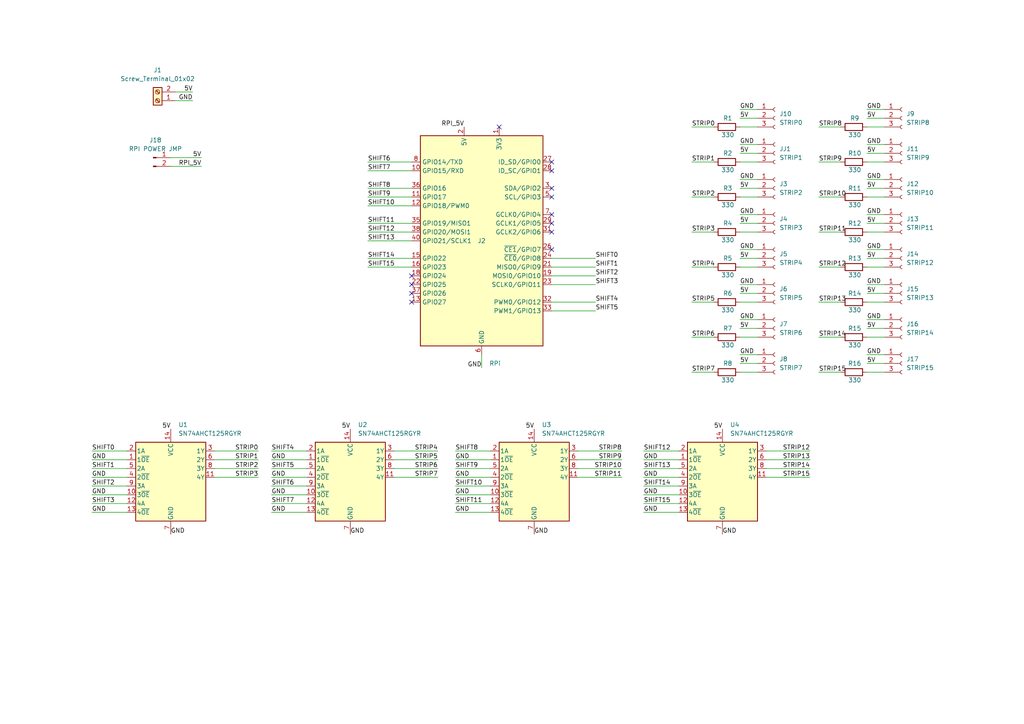
<source format=kicad_sch>
(kicad_sch (version 20231120) (generator "eeschema") (generator_version "8.0")
  (paper "A4")
  (lib_symbols
    (symbol "74hct125:74HCT125" (pin_names (offset 0.254))
      (property "Reference" "U" (at 2.54 15.24 0))
      (property "Value" "74HCT125" (at -5.08 2.54 0))
      (symbol "74HCT125_0_0"
        (pin power_in line (at 0 17.78 270) (length 3.81) (name "VCC") (number "14"))
        (pin power_in line (at 0 -12.7 90) (length 3.81) (name "GND") (number "7"))
      )
      (symbol "74HCT125_0_1"
        (rectangle (start -10.16 13.97) (end 10.16 -8.89) (stroke (width 0.254)) (fill (type background)))
      )
      (symbol "74HCT125_1_1"
        (pin input line (at -12.7 8.89 0) (length 2.54) (name "1~{OE}") (number "1"))
        (pin input line (at -12.7 -1.27 0) (length 2.54) (name "3~{OE}") (number "10"))
        (pin output line (at 12.7 3.81 180) (length 2.54) (name "4Y") (number "11"))
        (pin input line (at -12.7 -3.81 0) (length 2.54) (name "4A") (number "12"))
        (pin input line (at -12.7 -6.35 0) (length 2.54) (name "4~{OE}") (number "13"))
        (pin input line (at -12.7 11.43 0) (length 2.54) (name "1A") (number "2"))
        (pin output line (at 12.7 11.43 180) (length 2.54) (name "1Y") (number "3"))
        (pin input line (at -12.7 3.81 0) (length 2.54) (name "2~{OE}") (number "4"))
        (pin input line (at -12.7 6.35 0) (length 2.54) (name "2A") (number "5"))
        (pin output line (at 12.7 8.89 180) (length 2.54) (name "2Y") (number "6"))
        (pin output line (at 12.7 6.35 180) (length 2.54) (name "3Y") (number "8"))
        (pin input line (at -12.7 1.27 0) (length 2.54) (name "3A") (number "9"))
      )
    )
    (symbol "Connector:Conn_01x02_Pin" (pin_names (offset 1.016) hide)
      (property "Reference" "J" (at 0 2.54 0))
      (property "Value" "Conn_01x02_Pin" (at 0 -5.08 0))
      (symbol "Conn_01x02_Pin_1_1"
        (polyline (pts (xy 1.27 -2.54) (xy 0.8636 -2.54)) (stroke (width 0.1524)))
        (polyline (pts (xy 1.27 0) (xy 0.8636 0)) (stroke (width 0.1524)))
        (rectangle (start 0.8636 -2.413) (end 0 -2.667) (stroke (width 0.1524)) (fill (type outline)))
        (rectangle (start 0.8636 0.127) (end 0 -0.127) (stroke (width 0.1524)) (fill (type outline)))
        (pin passive line (at 5.08 0 180) (length 3.81) (name "Pin_1") (number "1"))
        (pin passive line (at 5.08 -2.54 180) (length 3.81) (name "Pin_2") (number "2"))
      )
    )
    (symbol "Connector:Conn_01x03_Socket" (pin_names (offset 1.016) hide)
      (property "Reference" "J" (at 0 5.08 0))
      (property "Value" "Conn_01x03_Socket" (at 0 -5.08 0))
      (symbol "Conn_01x03_Socket_1_1"
        (arc (start 0 -2.032) (mid -0.5058 -2.54) (end 0 -3.048) (stroke (width 0.1524)))
        (polyline (pts (xy -1.27 -2.54) (xy -0.508 -2.54)) (stroke (width 0.1524)))
        (polyline (pts (xy -1.27 0) (xy -0.508 0)) (stroke (width 0.1524)))
        (polyline (pts (xy -1.27 2.54) (xy -0.508 2.54)) (stroke (width 0.1524)))
        (arc (start 0 0.508) (mid -0.5058 0) (end 0 -0.508) (stroke (width 0.1524)))
        (arc (start 0 3.048) (mid -0.5058 2.54) (end 0 2.032) (stroke (width 0.1524)))
        (pin passive line (at -5.08 2.54 0) (length 3.81) (name "Pin_1") (number "1"))
        (pin passive line (at -5.08 0 0) (length 3.81) (name "Pin_2") (number "2"))
        (pin passive line (at -5.08 -2.54 0) (length 3.81) (name "Pin_3") (number "3"))
      )
    )
    (symbol "Connector:Raspberry_Pi_2_3"
      (property "Reference" "J" (at -17.78 31.75 0))
      (property "Value" "Raspberry_Pi_2_3" (at 10.16 -31.75 0))
      (symbol "Raspberry_Pi_2_3_0_1"
        (rectangle (start -17.78 30.48) (end 17.78 -30.48) (stroke (width 0.254)) (fill (type background)))
      )
      (symbol "Raspberry_Pi_2_3_1_1"
        (pin power_in line (at 5.08 33.02 270) (length 2.54) (name "3V3") (number "1"))
        (pin bidirectional line (at -20.32 20.32 0) (length 2.54) (name "GPIO15/RXD") (number "10"))
        (pin bidirectional line (at -20.32 12.7 0) (length 2.54) (name "GPIO17") (number "11"))
        (pin bidirectional line (at -20.32 10.16 0) (length 2.54) (name "GPIO18/PWM0") (number "12"))
        (pin bidirectional line (at -20.32 -17.78 0) (length 2.54) (name "GPIO27") (number "13"))
        (pin passive line (at 0 -33.02 90) (length 2.54) hide (name "GND") (number "14"))
        (pin bidirectional line (at -20.32 -5.08 0) (length 2.54) (name "GPIO22") (number "15"))
        (pin bidirectional line (at -20.32 -7.62 0) (length 2.54) (name "GPIO23") (number "16"))
        (pin passive line (at 5.08 33.02 270) (length 2.54) hide (name "3V3") (number "17"))
        (pin bidirectional line (at -20.32 -10.16 0) (length 2.54) (name "GPIO24") (number "18"))
        (pin bidirectional line (at 20.32 -10.16 180) (length 2.54) (name "MOSI0/GPIO10") (number "19"))
        (pin power_in line (at -5.08 33.02 270) (length 2.54) (name "5V") (number "2"))
        (pin passive line (at 0 -33.02 90) (length 2.54) hide (name "GND") (number "20"))
        (pin bidirectional line (at 20.32 -7.62 180) (length 2.54) (name "MISO0/GPIO9") (number "21"))
        (pin bidirectional line (at -20.32 -12.7 0) (length 2.54) (name "GPIO25") (number "22"))
        (pin bidirectional line (at 20.32 -12.7 180) (length 2.54) (name "SCLK0/GPIO11") (number "23"))
        (pin bidirectional line (at 20.32 -5.08 180) (length 2.54) (name "~{CE0}/GPIO8") (number "24"))
        (pin passive line (at 0 -33.02 90) (length 2.54) hide (name "GND") (number "25"))
        (pin bidirectional line (at 20.32 -2.54 180) (length 2.54) (name "~{CE1}/GPIO7") (number "26"))
        (pin bidirectional line (at 20.32 22.86 180) (length 2.54) (name "ID_SD/GPIO0") (number "27"))
        (pin bidirectional line (at 20.32 20.32 180) (length 2.54) (name "ID_SC/GPIO1") (number "28"))
        (pin bidirectional line (at 20.32 5.08 180) (length 2.54) (name "GCLK1/GPIO5") (number "29"))
        (pin bidirectional line (at 20.32 15.24 180) (length 2.54) (name "SDA/GPIO2") (number "3"))
        (pin passive line (at 0 -33.02 90) (length 2.54) hide (name "GND") (number "30"))
        (pin bidirectional line (at 20.32 2.54 180) (length 2.54) (name "GCLK2/GPIO6") (number "31"))
        (pin bidirectional line (at 20.32 -17.78 180) (length 2.54) (name "PWM0/GPIO12") (number "32"))
        (pin bidirectional line (at 20.32 -20.32 180) (length 2.54) (name "PWM1/GPIO13") (number "33"))
        (pin passive line (at 0 -33.02 90) (length 2.54) hide (name "GND") (number "34"))
        (pin bidirectional line (at -20.32 5.08 0) (length 2.54) (name "GPIO19/MISO1") (number "35"))
        (pin bidirectional line (at -20.32 15.24 0) (length 2.54) (name "GPIO16") (number "36"))
        (pin bidirectional line (at -20.32 -15.24 0) (length 2.54) (name "GPIO26") (number "37"))
        (pin bidirectional line (at -20.32 2.54 0) (length 2.54) (name "GPIO20/MOSI1") (number "38"))
        (pin passive line (at 0 -33.02 90) (length 2.54) hide (name "GND") (number "39"))
        (pin passive line (at -5.08 33.02 270) (length 2.54) hide (name "5V") (number "4"))
        (pin bidirectional line (at -20.32 0 0) (length 2.54) (name "GPIO21/SCLK1") (number "40"))
        (pin bidirectional line (at 20.32 12.7 180) (length 2.54) (name "SCL/GPIO3") (number "5"))
        (pin power_in line (at 0 -33.02 90) (length 2.54) (name "GND") (number "6"))
        (pin bidirectional line (at 20.32 7.62 180) (length 2.54) (name "GCLK0/GPIO4") (number "7"))
        (pin bidirectional line (at -20.32 22.86 0) (length 2.54) (name "GPIO14/TXD") (number "8"))
        (pin passive line (at 0 -33.02 90) (length 2.54) hide (name "GND") (number "9"))
      )
    )
    (symbol "Connector:Screw_Terminal_01x02" (pin_names (offset 1.016) hide)
      (property "Reference" "J" (at 0 2.54 0))
      (property "Value" "Screw_Terminal_01x02" (at 0 -5.08 0))
      (symbol "Screw_Terminal_01x02_1_1"
        (rectangle (start -1.27 1.27) (end 1.27 -3.81) (stroke (width 0.254)) (fill (type background)))
        (circle (center 0 -2.54) (radius 0.635) (stroke (width 0.1524)))
        (polyline (pts (xy -0.5334 -2.2098) (xy 0.3302 -3.048)) (stroke (width 0.1524)))
        (polyline (pts (xy -0.5334 0.3302) (xy 0.3302 -0.508)) (stroke (width 0.1524)))
        (polyline (pts (xy -0.3556 -2.032) (xy 0.508 -2.8702)) (stroke (width 0.1524)))
        (polyline (pts (xy -0.3556 0.508) (xy 0.508 -0.3302)) (stroke (width 0.1524)))
        (circle (center 0 0) (radius 0.635) (stroke (width 0.1524)))
        (pin passive line (at -5.08 0 0) (length 3.81) (name "Pin_1") (number "1"))
        (pin passive line (at -5.08 -2.54 0) (length 3.81) (name "Pin_2") (number "2"))
      )
    )
    (symbol "Device:R" (pin_numbers hide) (pin_names (offset 0))
      (property "Reference" "R" (at 2.032 0 90))
      (property "Value" "R" (at 0 0 90))
      (symbol "R_0_1"
        (rectangle (start -1.016 -2.54) (end 1.016 2.54) (stroke (width 0.254)))
      )
      (symbol "R_1_1"
        (pin passive line (at 0 3.81 270) (length 1.27) (name "~") (number "1"))
        (pin passive line (at 0 -3.81 90) (length 1.27) (name "~") (number "2"))
      )
    )
  )
  (no_connect (at 160.02 46.99))
  (no_connect (at 160.02 49.53))
  (no_connect (at 119.38 85.09))
  (no_connect (at 160.02 57.15))
  (no_connect (at 144.78 36.83))
  (no_connect (at 119.38 82.55))
  (no_connect (at 160.02 72.39))
  (no_connect (at 160.02 54.61))
  (no_connect (at 160.02 62.23))
  (no_connect (at 119.38 80.01))
  (no_connect (at 160.02 64.77))
  (no_connect (at 160.02 67.31))
  (no_connect (at 119.38 87.63))
  (wire (pts (xy 78.74 133.35) (xy 88.9 133.35)))
  (wire (pts (xy 251.46 41.91) (xy 256.54 41.91)))
  (wire (pts (xy 214.63 95.25) (xy 219.71 95.25)))
  (wire (pts (xy 214.63 44.45) (xy 219.71 44.45)))
  (wire (pts (xy 222.25 130.81) (xy 234.95 130.81)))
  (wire (pts (xy 237.49 87.63) (xy 243.84 87.63)))
  (wire (pts (xy 132.08 135.89) (xy 142.24 135.89)))
  (wire (pts (xy 251.46 77.47) (xy 256.54 77.47)))
  (wire (pts (xy 214.63 52.07) (xy 219.71 52.07)))
  (wire (pts (xy 214.63 82.55) (xy 219.71 82.55)))
  (wire (pts (xy 214.63 36.83) (xy 219.71 36.83)))
  (wire (pts (xy 49.53 48.26) (xy 58.42 48.26)))
  (wire (pts (xy 167.64 130.81) (xy 180.34 130.81)))
  (wire (pts (xy 132.08 133.35) (xy 142.24 133.35)))
  (wire (pts (xy 214.63 31.75) (xy 219.71 31.75)))
  (wire (pts (xy 214.63 92.71) (xy 219.71 92.71)))
  (wire (pts (xy 200.66 46.99) (xy 207.01 46.99)))
  (wire (pts (xy 214.63 102.87) (xy 219.71 102.87)))
  (wire (pts (xy 106.68 59.69) (xy 119.38 59.69)))
  (wire (pts (xy 26.67 140.97) (xy 36.83 140.97)))
  (wire (pts (xy 200.66 57.15) (xy 207.01 57.15)))
  (wire (pts (xy 214.63 34.29) (xy 219.71 34.29)))
  (wire (pts (xy 214.63 41.91) (xy 219.71 41.91)))
  (wire (pts (xy 200.66 107.95) (xy 207.01 107.95)))
  (wire (pts (xy 132.08 146.05) (xy 142.24 146.05)))
  (wire (pts (xy 106.68 54.61) (xy 119.38 54.61)))
  (wire (pts (xy 186.69 135.89) (xy 196.85 135.89)))
  (wire (pts (xy 214.63 107.95) (xy 219.71 107.95)))
  (wire (pts (xy 251.46 82.55) (xy 256.54 82.55)))
  (wire (pts (xy 237.49 97.79) (xy 243.84 97.79)))
  (wire (pts (xy 106.68 64.77) (xy 119.38 64.77)))
  (wire (pts (xy 114.3 138.43) (xy 127 138.43)))
  (wire (pts (xy 237.49 77.47) (xy 243.84 77.47)))
  (wire (pts (xy 222.25 135.89) (xy 234.95 135.89)))
  (wire (pts (xy 251.46 31.75) (xy 256.54 31.75)))
  (wire (pts (xy 237.49 107.95) (xy 243.84 107.95)))
  (wire (pts (xy 50.8 26.67) (xy 55.88 26.67)))
  (wire (pts (xy 186.69 138.43) (xy 196.85 138.43)))
  (wire (pts (xy 78.74 138.43) (xy 88.9 138.43)))
  (wire (pts (xy 251.46 97.79) (xy 256.54 97.79)))
  (wire (pts (xy 251.46 34.29) (xy 256.54 34.29)))
  (wire (pts (xy 132.08 143.51) (xy 142.24 143.51)))
  (wire (pts (xy 251.46 44.45) (xy 256.54 44.45)))
  (wire (pts (xy 186.69 140.97) (xy 196.85 140.97)))
  (wire (pts (xy 132.08 148.59) (xy 142.24 148.59)))
  (wire (pts (xy 26.67 130.81) (xy 36.83 130.81)))
  (wire (pts (xy 160.02 87.63) (xy 172.72 87.63)))
  (wire (pts (xy 78.74 146.05) (xy 88.9 146.05)))
  (wire (pts (xy 78.74 143.51) (xy 88.9 143.51)))
  (wire (pts (xy 186.69 133.35) (xy 196.85 133.35)))
  (wire (pts (xy 251.46 52.07) (xy 256.54 52.07)))
  (wire (pts (xy 251.46 95.25) (xy 256.54 95.25)))
  (wire (pts (xy 214.63 85.09) (xy 219.71 85.09)))
  (wire (pts (xy 251.46 107.95) (xy 256.54 107.95)))
  (wire (pts (xy 251.46 62.23) (xy 256.54 62.23)))
  (wire (pts (xy 200.66 97.79) (xy 207.01 97.79)))
  (wire (pts (xy 237.49 46.99) (xy 243.84 46.99)))
  (wire (pts (xy 26.67 138.43) (xy 36.83 138.43)))
  (wire (pts (xy 160.02 82.55) (xy 172.72 82.55)))
  (wire (pts (xy 62.23 133.35) (xy 74.93 133.35)))
  (wire (pts (xy 251.46 85.09) (xy 256.54 85.09)))
  (wire (pts (xy 214.63 97.79) (xy 219.71 97.79)))
  (wire (pts (xy 167.64 133.35) (xy 180.34 133.35)))
  (wire (pts (xy 214.63 87.63) (xy 219.71 87.63)))
  (wire (pts (xy 251.46 67.31) (xy 256.54 67.31)))
  (wire (pts (xy 160.02 74.93) (xy 172.72 74.93)))
  (wire (pts (xy 106.68 46.99) (xy 119.38 46.99)))
  (wire (pts (xy 186.69 148.59) (xy 196.85 148.59)))
  (wire (pts (xy 132.08 138.43) (xy 142.24 138.43)))
  (wire (pts (xy 214.63 74.93) (xy 219.71 74.93)))
  (wire (pts (xy 160.02 77.47) (xy 172.72 77.47)))
  (wire (pts (xy 214.63 54.61) (xy 219.71 54.61)))
  (wire (pts (xy 214.63 77.47) (xy 219.71 77.47)))
  (wire (pts (xy 62.23 130.81) (xy 74.93 130.81)))
  (wire (pts (xy 167.64 135.89) (xy 180.34 135.89)))
  (wire (pts (xy 251.46 46.99) (xy 256.54 46.99)))
  (wire (pts (xy 251.46 102.87) (xy 256.54 102.87)))
  (wire (pts (xy 106.68 49.53) (xy 119.38 49.53)))
  (wire (pts (xy 106.68 67.31) (xy 119.38 67.31)))
  (wire (pts (xy 167.64 138.43) (xy 180.34 138.43)))
  (wire (pts (xy 26.67 146.05) (xy 36.83 146.05)))
  (wire (pts (xy 200.66 77.47) (xy 207.01 77.47)))
  (wire (pts (xy 251.46 74.93) (xy 256.54 74.93)))
  (wire (pts (xy 200.66 36.83) (xy 207.01 36.83)))
  (wire (pts (xy 106.68 77.47) (xy 119.38 77.47)))
  (wire (pts (xy 214.63 62.23) (xy 219.71 62.23)))
  (wire (pts (xy 26.67 133.35) (xy 36.83 133.35)))
  (wire (pts (xy 251.46 54.61) (xy 256.54 54.61)))
  (wire (pts (xy 106.68 57.15) (xy 119.38 57.15)))
  (wire (pts (xy 49.53 45.72) (xy 58.42 45.72)))
  (wire (pts (xy 106.68 69.85) (xy 119.38 69.85)))
  (wire (pts (xy 237.49 57.15) (xy 243.84 57.15)))
  (wire (pts (xy 237.49 36.83) (xy 243.84 36.83)))
  (wire (pts (xy 222.25 133.35) (xy 234.95 133.35)))
  (wire (pts (xy 132.08 140.97) (xy 142.24 140.97)))
  (wire (pts (xy 251.46 92.71) (xy 256.54 92.71)))
  (wire (pts (xy 186.69 146.05) (xy 196.85 146.05)))
  (wire (pts (xy 62.23 138.43) (xy 74.93 138.43)))
  (wire (pts (xy 251.46 105.41) (xy 256.54 105.41)))
  (wire (pts (xy 214.63 57.15) (xy 219.71 57.15)))
  (wire (pts (xy 200.66 67.31) (xy 207.01 67.31)))
  (wire (pts (xy 251.46 57.15) (xy 256.54 57.15)))
  (wire (pts (xy 251.46 36.83) (xy 256.54 36.83)))
  (wire (pts (xy 251.46 72.39) (xy 256.54 72.39)))
  (wire (pts (xy 26.67 143.51) (xy 36.83 143.51)))
  (wire (pts (xy 62.23 135.89) (xy 74.93 135.89)))
  (wire (pts (xy 160.02 80.01) (xy 172.72 80.01)))
  (wire (pts (xy 26.67 148.59) (xy 36.83 148.59)))
  (wire (pts (xy 251.46 87.63) (xy 256.54 87.63)))
  (wire (pts (xy 214.63 67.31) (xy 219.71 67.31)))
  (wire (pts (xy 78.74 140.97) (xy 88.9 140.97)))
  (wire (pts (xy 222.25 138.43) (xy 234.95 138.43)))
  (wire (pts (xy 78.74 135.89) (xy 88.9 135.89)))
  (wire (pts (xy 114.3 133.35) (xy 127 133.35)))
  (wire (pts (xy 106.68 74.93) (xy 119.38 74.93)))
  (wire (pts (xy 186.69 130.81) (xy 196.85 130.81)))
  (wire (pts (xy 214.63 64.77) (xy 219.71 64.77)))
  (wire (pts (xy 237.49 67.31) (xy 243.84 67.31)))
  (wire (pts (xy 200.66 87.63) (xy 207.01 87.63)))
  (wire (pts (xy 214.63 105.41) (xy 219.71 105.41)))
  (wire (pts (xy 160.02 90.17) (xy 172.72 90.17)))
  (wire (pts (xy 186.69 143.51) (xy 196.85 143.51)))
  (wire (pts (xy 78.74 148.59) (xy 88.9 148.59)))
  (wire (pts (xy 114.3 135.89) (xy 127 135.89)))
  (wire (pts (xy 114.3 130.81) (xy 127 130.81)))
  (wire (pts (xy 214.63 72.39) (xy 219.71 72.39)))
  (wire (pts (xy 139.7 102.87) (xy 139.7 106.68)))
  (wire (pts (xy 50.8 29.21) (xy 55.88 29.21)))
  (wire (pts (xy 78.74 130.81) (xy 88.9 130.81)))
  (wire (pts (xy 26.67 135.89) (xy 36.83 135.89)))
  (wire (pts (xy 251.46 64.77) (xy 256.54 64.77)))
  (wire (pts (xy 132.08 130.81) (xy 142.24 130.81)))
  (wire (pts (xy 214.63 46.99) (xy 219.71 46.99)))
  (label "5V" (at 214.63 54.61 0))
  (label "5V" (at 214.63 85.09 0))
  (label "STRIP6" (at 127 135.89 180))
  (label "GND" (at 186.69 148.59 0))
  (label "STRIP1" (at 74.93 133.35 180))
  (label "5V" (at 251.46 85.09 0))
  (label "5V" (at 251.46 54.61 0))
  (label "5V" (at 58.42 45.72 180))
  (label "5V" (at 209.55 124.46 180))
  (label "GND" (at 78.74 138.43 0))
  (label "STRIP15" (at 234.95 138.43 180))
  (label "GND" (at 251.46 72.39 0))
  (label "GND" (at 78.74 143.51 0))
  (label "SHIFT8" (at 132.08 130.81 0))
  (label "SHIFT1" (at 172.72 77.47 0))
  (label "STRIP9" (at 180.34 133.35 180))
  (label "GND" (at 132.08 148.59 0))
  (label "STRIP15" (at 237.49 107.95 0))
  (label "GND" (at 186.69 133.35 0))
  (label "SHIFT7" (at 78.74 146.05 0))
  (label "STRIP14" (at 234.95 135.89 180))
  (label "GND" (at 49.53 154.94 0))
  (label "GND" (at 251.46 52.07 0))
  (label "SHIFT13" (at 186.69 135.89 0))
  (label "STRIP14" (at 237.49 97.79 0))
  (label "GND" (at 251.46 82.55 0))
  (label "GND" (at 78.74 133.35 0))
  (label "SHIFT15" (at 186.69 146.05 0))
  (label "STRIP2" (at 200.66 57.15 0))
  (label "GND" (at 139.7 106.68 180))
  (label "STRIP4" (at 200.66 77.47 0))
  (label "5V" (at 251.46 64.77 0))
  (label "RPI_5V" (at 58.42 48.26 180))
  (label "GND" (at 132.08 133.35 0))
  (label "STRIP11" (at 180.34 138.43 180))
  (label "SHIFT11" (at 106.68 64.77 0))
  (label "SHIFT13" (at 106.68 69.85 0))
  (label "GND" (at 251.46 92.71 0))
  (label "GND" (at 55.88 29.21 180))
  (label "SHIFT7" (at 106.68 49.53 0))
  (label "GND" (at 251.46 31.75 0))
  (label "STRIP8" (at 180.34 130.81 180))
  (label "GND" (at 26.67 143.51 0))
  (label "GND" (at 214.63 62.23 0))
  (label "STRIP4" (at 127 130.81 180))
  (label "SHIFT5" (at 172.72 90.17 0))
  (label "SHIFT0" (at 172.72 74.93 0))
  (label "SHIFT14" (at 186.69 140.97 0))
  (label "SHIFT10" (at 106.68 59.69 0))
  (label "5V" (at 251.46 95.25 0))
  (label "STRIP6" (at 200.66 97.79 0))
  (label "STRIP0" (at 74.93 130.81 180))
  (label "GND" (at 214.63 102.87 0))
  (label "GND" (at 26.67 138.43 0))
  (label "SHIFT5" (at 78.74 135.89 0))
  (label "GND" (at 186.69 143.51 0))
  (label "GND" (at 132.08 138.43 0))
  (label "GND" (at 251.46 41.91 0))
  (label "GND" (at 186.69 138.43 0))
  (label "SHIFT11" (at 132.08 146.05 0))
  (label "5V" (at 251.46 44.45 0))
  (label "STRIP10" (at 237.49 57.15 0))
  (label "SHIFT2" (at 26.67 140.97 0))
  (label "GND" (at 251.46 62.23 0))
  (label "GND" (at 78.74 148.59 0))
  (label "STRIP1" (at 200.66 46.99 0))
  (label "5V" (at 55.88 26.67 180))
  (label "SHIFT6" (at 78.74 140.97 0))
  (label "5V" (at 214.63 44.45 0))
  (label "SHIFT4" (at 78.74 130.81 0))
  (label "SHIFT3" (at 172.72 82.55 0))
  (label "5V" (at 214.63 34.29 0))
  (label "STRIP12" (at 234.95 130.81 180))
  (label "SHIFT3" (at 26.67 146.05 0))
  (label "STRIP3" (at 200.66 67.31 0))
  (label "SHIFT2" (at 172.72 80.01 0))
  (label "GND" (at 101.6 154.94 0))
  (label "STRIP10" (at 180.34 135.89 180))
  (label "SHIFT0" (at 26.67 130.81 0))
  (label "RPI_5V" (at 134.62 36.83 180))
  (label "GND" (at 214.63 31.75 0))
  (label "SHIFT9" (at 106.68 57.15 0))
  (label "SHIFT8" (at 106.68 54.61 0))
  (label "GND" (at 214.63 92.71 0))
  (label "GND" (at 209.55 154.94 0))
  (label "STRIP5" (at 127 133.35 180))
  (label "GND" (at 214.63 82.55 0))
  (label "5V" (at 214.63 64.77 0))
  (label "5V" (at 214.63 74.93 0))
  (label "STRIP2" (at 74.93 135.89 180))
  (label "5V" (at 251.46 105.41 0))
  (label "SHIFT14" (at 106.68 74.93 0))
  (label "5V" (at 214.63 105.41 0))
  (label "GND" (at 214.63 52.07 0))
  (label "SHIFT9" (at 132.08 135.89 0))
  (label "GND" (at 214.63 41.91 0))
  (label "SHIFT6" (at 106.68 46.99 0))
  (label "SHIFT12" (at 106.68 67.31 0))
  (label "STRIP0" (at 200.66 36.83 0))
  (label "5V" (at 251.46 74.93 0))
  (label "5V" (at 251.46 34.29 0))
  (label "STRIP3" (at 74.93 138.43 180))
  (label "GND" (at 26.67 133.35 0))
  (label "STRIP13" (at 237.49 87.63 0))
  (label "SHIFT1" (at 26.67 135.89 0))
  (label "GND" (at 26.67 148.59 0))
  (label "SHIFT10" (at 132.08 140.97 0))
  (label "GND" (at 214.63 72.39 0))
  (label "SHIFT4" (at 172.72 87.63 0))
  (label "SHIFT15" (at 106.68 77.47 0))
  (label "SHIFT12" (at 186.69 130.81 0))
  (label "STRIP8" (at 237.49 36.83 0))
  (label "STRIP7" (at 127 138.43 180))
  (label "5V" (at 101.6 124.46 180))
  (label "5V" (at 154.94 124.46 180))
  (label "5V" (at 214.63 95.25 0))
  (label "GND" (at 132.08 143.51 0))
  (label "5V" (at 49.53 124.46 180))
  (label "GND" (at 154.94 154.94 0))
  (label "STRIP11" (at 237.49 67.31 0))
  (label "STRIP7" (at 200.66 107.95 0))
  (label "STRIP9" (at 237.49 46.99 0))
  (label "STRIP5" (at 200.66 87.63 0))
  (label "STRIP12" (at 237.49 77.47 0))
  (label "STRIP13" (at 234.95 133.35 180))
  (label "GND" (at 251.46 102.87 0))
  (symbol (lib_id "Device:R") (at 247.65 46.99 90) (unit 1)
    (property "Reference" "R10" (at 247.904 44.45 90))
    (property "Value" "330" (at 247.904 49.276 90))
    (property "Footprint" "Resistor_SMD:R_0805_2012Metric" (effects (hide yes)))
    (property "Description" "Resistor" (effects (hide yes)))
  )
  (symbol (lib_id "Device:R") (at 210.82 36.83 90) (unit 1)
    (property "Reference" "R1" (at 211.074 34.29 90))
    (property "Value" "330" (at 211.074 39.116 90))
    (property "Footprint" "Resistor_SMD:R_0805_2012Metric" (effects (hide yes)))
    (property "Description" "Resistor" (effects (hide yes)))
  )
  (symbol (lib_id "Connector:Conn_01x03_Socket") (at 261.62 105.41 0) (unit 1)
    (property "Reference" "J17" (at 262.89 104.1399 0) (effects (justify left)))
    (property "Value" "STRIP15" (at 262.89 106.6799 0) (effects (justify left)))
    (property "Footprint" "Connector_JST:JST_EH_B3B-EH-A_1x03_P2.50mm_Vertical" (effects (hide yes)))
    (property "Description" "Generic connector, single row, 01x03, script generated" (effects (hide yes)))
  )
  (symbol (lib_id "Device:R") (at 247.65 67.31 90) (unit 1)
    (property "Reference" "R12" (at 247.904 64.77 90))
    (property "Value" "330" (at 247.904 69.596 90))
    (property "Footprint" "Resistor_SMD:R_0805_2012Metric" (effects (hide yes)))
    (property "Description" "Resistor" (effects (hide yes)))
  )
  (symbol (lib_id "Connector:Conn_01x03_Socket") (at 224.79 105.41 0) (unit 1)
    (property "Reference" "J8" (at 226.06 104.1399 0) (effects (justify left)))
    (property "Value" "STRIP7" (at 226.06 106.6799 0) (effects (justify left)))
    (property "Footprint" "Connector_JST:JST_EH_B3B-EH-A_1x03_P2.50mm_Vertical" (effects (hide yes)))
    (property "Description" "Generic connector, single row, 01x03, script generated" (effects (hide yes)))
  )
  (symbol (lib_id "Device:R") (at 210.82 97.79 90) (unit 1)
    (property "Reference" "R7" (at 211.074 95.25 90))
    (property "Value" "330" (at 211.074 100.076 90))
    (property "Footprint" "Resistor_SMD:R_0805_2012Metric" (effects (hide yes)))
    (property "Description" "Resistor" (effects (hide yes)))
  )
  (symbol (lib_id "Connector:Screw_Terminal_01x02") (at 45.72 29.21 180) (unit 1)
    (property "Reference" "J1" (at 45.72 20.32 0))
    (property "Value" "Screw_Terminal_01x02" (at 45.72 22.86 0))
    (property "Footprint" "TerminalBlock_WAGO:TerminalBlock_WAGO_236-102_1x02_P5.00mm_45Degree" (effects (hide yes)))
    (property "Description" "Generic screw terminal, single row, 01x02, script generated (kicad-library-utils/schlib/autogen/connector/)" (effects (hide yes)))
  )
  (symbol (lib_id "Connector:Conn_01x03_Socket") (at 224.79 34.29 0) (unit 1)
    (property "Reference" "J10" (at 226.06 33.0199 0) (effects (justify left)))
    (property "Value" "STRIP0" (at 226.06 35.5599 0) (effects (justify left)))
    (property "Footprint" "Connector_JST:JST_EH_B3B-EH-A_1x03_P2.50mm_Vertical" (effects (hide yes)))
    (property "Description" "Generic connector, single row, 01x03, script generated" (effects (hide yes)))
  )
  (symbol (lib_id "Device:R") (at 210.82 107.95 90) (unit 1)
    (property "Reference" "R8" (at 211.074 105.41 90))
    (property "Value" "330" (at 211.074 110.236 90))
    (property "Footprint" "Resistor_SMD:R_0805_2012Metric" (effects (hide yes)))
    (property "Description" "Resistor" (effects (hide yes)))
  )
  (symbol (lib_id "Device:R") (at 210.82 77.47 90) (unit 1)
    (property "Reference" "R5" (at 211.074 74.93 90))
    (property "Value" "330" (at 211.074 79.756 90))
    (property "Footprint" "Resistor_SMD:R_0805_2012Metric" (effects (hide yes)))
    (property "Description" "Resistor" (effects (hide yes)))
  )
  (symbol (lib_id "Connector:Conn_01x03_Socket") (at 224.79 64.77 0) (unit 1)
    (property "Reference" "J4" (at 226.06 63.4999 0) (effects (justify left)))
    (property "Value" "STRIP3" (at 226.06 66.0399 0) (effects (justify left)))
    (property "Footprint" "Connector_JST:JST_EH_B3B-EH-A_1x03_P2.50mm_Vertical" (effects (hide yes)))
    (property "Description" "Generic connector, single row, 01x03, script generated" (effects (hide yes)))
  )
  (symbol (lib_id "Connector:Conn_01x03_Socket") (at 261.62 44.45 0) (unit 1)
    (property "Reference" "J11" (at 262.89 43.1799 0) (effects (justify left)))
    (property "Value" "STRIP9" (at 262.89 45.7199 0) (effects (justify left)))
    (property "Footprint" "Connector_JST:JST_EH_B3B-EH-A_1x03_P2.50mm_Vertical" (effects (hide yes)))
    (property "Description" "Generic connector, single row, 01x03, script generated" (effects (hide yes)))
  )
  (symbol (lib_id "Connector:Conn_01x02_Pin") (at 44.45 45.72 0) (unit 1)
    (property "Reference" "J18" (at 45.085 40.64 0))
    (property "Value" "RPI POWER JMP" (at 45.085 43.18 0))
    (property "Footprint" "Connector_PinHeader_2.54mm:PinHeader_1x02_P2.54mm_Vertical" (effects (hide yes)))
    (property "Description" "Generic connector, single row, 01x02, script generated" (effects (hide yes)))
  )
  (symbol (lib_id "Device:R") (at 210.82 87.63 90) (unit 1)
    (property "Reference" "R6" (at 211.074 85.09 90))
    (property "Value" "330" (at 211.074 89.916 90))
    (property "Footprint" "Resistor_SMD:R_0805_2012Metric" (effects (hide yes)))
    (property "Description" "Resistor" (effects (hide yes)))
  )
  (symbol (lib_id "74hct125:74HCT125") (at 209.55 142.24 0) (unit 1)
    (property "Reference" "U4" (at 211.7441 123.19 0) (effects (justify left)))
    (property "Value" "SN74AHCT125RGYR" (at 211.7441 125.73 0) (effects (justify left)))
    (property "Footprint" "Package_DFN_QFN:Texas_S-PVQFN-N14" (effects (hide yes)))
  )
  (symbol (lib_id "Connector:Conn_01x03_Socket") (at 261.62 54.61 0) (unit 1)
    (property "Reference" "J12" (at 262.89 53.3399 0) (effects (justify left)))
    (property "Value" "STRIP10" (at 262.89 55.8799 0) (effects (justify left)))
    (property "Footprint" "Connector_JST:JST_EH_B3B-EH-A_1x03_P2.50mm_Vertical" (effects (hide yes)))
    (property "Description" "Generic connector, single row, 01x03, script generated" (effects (hide yes)))
  )
  (symbol (lib_id "Device:R") (at 247.65 107.95 90) (unit 1)
    (property "Reference" "R16" (at 247.904 105.41 90))
    (property "Value" "330" (at 247.904 110.236 90))
    (property "Footprint" "Resistor_SMD:R_0805_2012Metric" (effects (hide yes)))
    (property "Description" "Resistor" (effects (hide yes)))
  )
  (symbol (lib_id "Connector:Raspberry_Pi_2_3") (at 139.7 69.85 0) (unit 1)
    (property "Value" "RPi" (at 141.8941 105.41 0) (effects (justify left)))
    (property "Footprint" "Connector_PinHeader_2.54mm:PinHeader_2x20_P2.54mm_Vertical" (effects (hide yes)))
    (property "Datasheet" "https://www.raspberrypi.org/documentation/hardware/raspberrypi/schematics/rpi_SCH_3bplus_1p0_reduced.pdf" (effects (hide yes)))
    (property "Description" "expansion header for Raspberry Pi 2 & 3" (effects (hide yes)))
  )
  (symbol (lib_id "74hct125:74HCT125") (at 49.53 142.24 0) (unit 1)
    (property "Reference" "U1" (at 51.7241 123.19 0) (effects (justify left)))
    (property "Value" "SN74AHCT125RGYR" (at 51.7241 125.73 0) (effects (justify left)))
    (property "Footprint" "Package_DFN_QFN:Texas_S-PVQFN-N14" (effects (hide yes)))
  )
  (symbol (lib_id "Connector:Conn_01x03_Socket") (at 224.79 44.45 0) (unit 1)
    (property "Reference" "JJ1" (at 226.06 43.1799 0) (effects (justify left)))
    (property "Value" "STRIP1" (at 226.06 45.7199 0) (effects (justify left)))
    (property "Footprint" "Connector_JST:JST_EH_B3B-EH-A_1x03_P2.50mm_Vertical" (effects (hide yes)))
    (property "Description" "Generic connector, single row, 01x03, script generated" (effects (hide yes)))
  )
  (symbol (lib_id "Connector:Conn_01x03_Socket") (at 224.79 95.25 0) (unit 1)
    (property "Reference" "J7" (at 226.06 93.9799 0) (effects (justify left)))
    (property "Value" "STRIP6" (at 226.06 96.5199 0) (effects (justify left)))
    (property "Footprint" "Connector_JST:JST_EH_B3B-EH-A_1x03_P2.50mm_Vertical" (effects (hide yes)))
    (property "Description" "Generic connector, single row, 01x03, script generated" (effects (hide yes)))
  )
  (symbol (lib_id "Device:R") (at 247.65 36.83 90) (unit 1)
    (property "Reference" "R9" (at 247.904 34.29 90))
    (property "Value" "330" (at 247.904 39.116 90))
    (property "Footprint" "Resistor_SMD:R_0805_2012Metric" (effects (hide yes)))
    (property "Description" "Resistor" (effects (hide yes)))
  )
  (symbol (lib_id "Device:R") (at 247.65 77.47 90) (unit 1)
    (property "Reference" "R13" (at 247.904 74.93 90))
    (property "Value" "330" (at 247.904 79.756 90))
    (property "Footprint" "Resistor_SMD:R_0805_2012Metric" (effects (hide yes)))
    (property "Description" "Resistor" (effects (hide yes)))
  )
  (symbol (lib_id "Device:R") (at 247.65 87.63 90) (unit 1)
    (property "Reference" "R14" (at 247.904 85.09 90))
    (property "Value" "330" (at 247.904 89.916 90))
    (property "Footprint" "Resistor_SMD:R_0805_2012Metric" (effects (hide yes)))
    (property "Description" "Resistor" (effects (hide yes)))
  )
  (symbol (lib_id "Connector:Conn_01x03_Socket") (at 261.62 64.77 0) (unit 1)
    (property "Reference" "J13" (at 262.89 63.4999 0) (effects (justify left)))
    (property "Value" "STRIP11" (at 262.89 66.0399 0) (effects (justify left)))
    (property "Footprint" "Connector_JST:JST_EH_B3B-EH-A_1x03_P2.50mm_Vertical" (effects (hide yes)))
    (property "Description" "Generic connector, single row, 01x03, script generated" (effects (hide yes)))
  )
  (symbol (lib_id "Connector:Conn_01x03_Socket") (at 261.62 74.93 0) (unit 1)
    (property "Reference" "J14" (at 262.89 73.6599 0) (effects (justify left)))
    (property "Value" "STRIP12" (at 262.89 76.1999 0) (effects (justify left)))
    (property "Footprint" "Connector_JST:JST_EH_B3B-EH-A_1x03_P2.50mm_Vertical" (effects (hide yes)))
    (property "Description" "Generic connector, single row, 01x03, script generated" (effects (hide yes)))
  )
  (symbol (lib_id "Device:R") (at 210.82 57.15 90) (unit 1)
    (property "Reference" "R3" (at 211.074 54.61 90))
    (property "Value" "330" (at 211.074 59.436 90))
    (property "Footprint" "Resistor_SMD:R_0805_2012Metric" (effects (hide yes)))
    (property "Description" "Resistor" (effects (hide yes)))
  )
  (symbol (lib_id "Connector:Conn_01x03_Socket") (at 224.79 74.93 0) (unit 1)
    (property "Reference" "J5" (at 226.06 73.6599 0) (effects (justify left)))
    (property "Value" "STRIP4" (at 226.06 76.1999 0) (effects (justify left)))
    (property "Footprint" "Connector_JST:JST_EH_B3B-EH-A_1x03_P2.50mm_Vertical" (effects (hide yes)))
    (property "Description" "Generic connector, single row, 01x03, script generated" (effects (hide yes)))
  )
  (symbol (lib_id "Connector:Conn_01x03_Socket") (at 224.79 54.61 0) (unit 1)
    (property "Reference" "J3" (at 226.06 53.3399 0) (effects (justify left)))
    (property "Value" "STRIP2" (at 226.06 55.8799 0) (effects (justify left)))
    (property "Footprint" "Connector_JST:JST_EH_B3B-EH-A_1x03_P2.50mm_Vertical" (effects (hide yes)))
    (property "Description" "Generic connector, single row, 01x03, script generated" (effects (hide yes)))
  )
  (symbol (lib_id "74hct125:74HCT125") (at 101.6 142.24 0) (unit 1)
    (property "Reference" "U2" (at 103.7941 123.19 0) (effects (justify left)))
    (property "Value" "SN74AHCT125RGYR" (at 103.7941 125.73 0) (effects (justify left)))
    (property "Footprint" "Package_DFN_QFN:Texas_S-PVQFN-N14" (effects (hide yes)))
  )
  (symbol (lib_id "Connector:Conn_01x03_Socket") (at 261.62 34.29 0) (unit 1)
    (property "Reference" "J9" (at 262.89 33.0199 0) (effects (justify left)))
    (property "Value" "STRIP8" (at 262.89 35.5599 0) (effects (justify left)))
    (property "Footprint" "Connector_JST:JST_EH_B3B-EH-A_1x03_P2.50mm_Vertical" (effects (hide yes)))
    (property "Description" "Generic connector, single row, 01x03, script generated" (effects (hide yes)))
  )
  (symbol (lib_id "Connector:Conn_01x03_Socket") (at 224.79 85.09 0) (unit 1)
    (property "Reference" "J6" (at 226.06 83.8199 0) (effects (justify left)))
    (property "Value" "STRIP5" (at 226.06 86.3599 0) (effects (justify left)))
    (property "Footprint" "Connector_JST:JST_EH_B3B-EH-A_1x03_P2.50mm_Vertical" (effects (hide yes)))
    (property "Description" "Generic connector, single row, 01x03, script generated" (effects (hide yes)))
  )
  (symbol (lib_id "Device:R") (at 210.82 67.31 90) (unit 1)
    (property "Reference" "R4" (at 211.074 64.77 90))
    (property "Value" "330" (at 211.074 69.596 90))
    (property "Footprint" "Resistor_SMD:R_0805_2012Metric" (effects (hide yes)))
    (property "Description" "Resistor" (effects (hide yes)))
  )
  (symbol (lib_id "74hct125:74HCT125") (at 154.94 142.24 0) (unit 1)
    (property "Reference" "U3" (at 157.1341 123.19 0) (effects (justify left)))
    (property "Value" "SN74AHCT125RGYR" (at 157.1341 125.73 0) (effects (justify left)))
    (property "Footprint" "Package_DFN_QFN:Texas_S-PVQFN-N14" (effects (hide yes)))
  )
  (symbol (lib_id "Device:R") (at 247.65 97.79 90) (unit 1)
    (property "Reference" "R15" (at 247.904 95.25 90))
    (property "Value" "330" (at 247.904 100.076 90))
    (property "Footprint" "Resistor_SMD:R_0805_2012Metric" (effects (hide yes)))
    (property "Description" "Resistor" (effects (hide yes)))
  )
  (symbol (lib_id "Device:R") (at 247.65 57.15 90) (unit 1)
    (property "Reference" "R11" (at 247.904 54.61 90))
    (property "Value" "330" (at 247.904 59.436 90))
    (property "Footprint" "Resistor_SMD:R_0805_2012Metric" (effects (hide yes)))
    (property "Description" "Resistor" (effects (hide yes)))
  )
  (symbol (lib_id "Connector:Conn_01x03_Socket") (at 261.62 85.09 0) (unit 1)
    (property "Reference" "J15" (at 262.89 83.8199 0) (effects (justify left)))
    (property "Value" "STRIP13" (at 262.89 86.3599 0) (effects (justify left)))
    (property "Footprint" "Connector_JST:JST_EH_B3B-EH-A_1x03_P2.50mm_Vertical" (effects (hide yes)))
    (property "Description" "Generic connector, single row, 01x03, script generated" (effects (hide yes)))
  )
  (symbol (lib_id "Connector:Conn_01x03_Socket") (at 261.62 95.25 0) (unit 1)
    (property "Reference" "J16" (at 262.89 93.9799 0) (effects (justify left)))
    (property "Value" "STRIP14" (at 262.89 96.5199 0) (effects (justify left)))
    (property "Footprint" "Connector_JST:JST_EH_B3B-EH-A_1x03_P2.50mm_Vertical" (effects (hide yes)))
    (property "Description" "Generic connector, single row, 01x03, script generated" (effects (hide yes)))
  )
  (symbol (lib_id "Device:R") (at 210.82 46.99 90) (unit 1)
    (property "Reference" "R2" (at 211.074 44.45 90))
    (property "Value" "330" (at 211.074 49.276 90))
    (property "Footprint" "Resistor_SMD:R_0805_2012Metric" (effects (hide yes)))
    (property "Description" "Resistor" (effects (hide yes)))
  )
)
</source>
